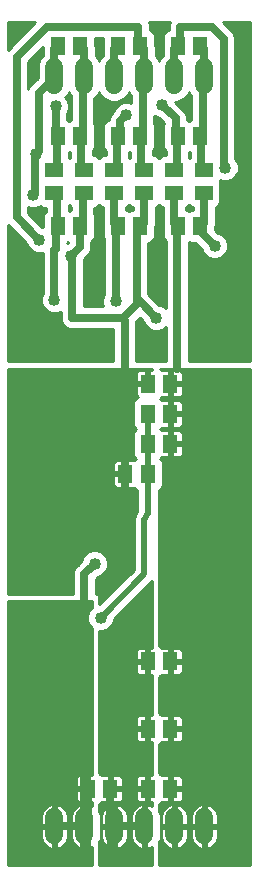
<source format=gbl>
G75*
G70*
%OFA0B0*%
%FSLAX24Y24*%
%IPPOS*%
%LPD*%
%AMOC8*
5,1,8,0,0,1.08239X$1,22.5*
%
%ADD10R,0.0512X0.0630*%
%ADD11R,0.0512X0.0591*%
%ADD12C,0.0600*%
%ADD13R,0.0591X0.0512*%
%ADD14C,0.0276*%
%ADD15C,0.0400*%
%ADD16C,0.0100*%
%ADD17R,0.0396X0.0396*%
%ADD18C,0.0197*%
D10*
X006503Y013651D03*
X007251Y013651D03*
X007253Y015651D03*
X008001Y015651D03*
D11*
X008001Y016651D03*
X007253Y016651D03*
X007253Y014651D03*
X008001Y014651D03*
X008001Y007401D03*
X007253Y007401D03*
X007253Y005151D03*
X008001Y005151D03*
X008001Y003151D03*
X007253Y003151D03*
X006001Y003151D03*
X005253Y003151D03*
X005001Y021901D03*
X004253Y021901D03*
X004253Y024901D03*
X005001Y024901D03*
X006253Y024901D03*
X007001Y024901D03*
X007001Y021901D03*
X006253Y021901D03*
X008253Y021901D03*
X009001Y021901D03*
X009001Y024901D03*
X008253Y024901D03*
X008253Y027901D03*
X009001Y027901D03*
X007001Y027901D03*
X006253Y027901D03*
X005001Y027901D03*
X004253Y027901D03*
D12*
X004127Y027201D02*
X004127Y026601D01*
X005127Y026601D02*
X005127Y027201D01*
X006127Y027201D02*
X006127Y026601D01*
X007127Y026601D02*
X007127Y027201D01*
X008127Y027201D02*
X008127Y026601D01*
X009127Y026601D02*
X009127Y027201D01*
X009127Y002201D02*
X009127Y001601D01*
X008127Y001601D02*
X008127Y002201D01*
X007127Y002201D02*
X007127Y001601D01*
X006127Y001601D02*
X006127Y002201D01*
X005127Y002201D02*
X005127Y001601D01*
X004127Y001601D02*
X004127Y002201D01*
D13*
X004127Y023027D03*
X004127Y023775D03*
X005127Y023775D03*
X005127Y023027D03*
X006127Y023027D03*
X006127Y023775D03*
X007127Y023775D03*
X007127Y023027D03*
X008127Y023027D03*
X008127Y023775D03*
X009127Y023775D03*
X009127Y023027D03*
D14*
X009127Y022001D01*
X009027Y021901D01*
X009001Y021901D01*
X009077Y021801D01*
X009077Y021651D01*
X009477Y021251D01*
X009127Y023775D02*
X009127Y023801D01*
X009027Y023901D01*
X009027Y024901D01*
X009001Y024901D01*
X009077Y025001D01*
X009077Y026801D01*
X009127Y026901D01*
X009127Y027801D01*
X009027Y027901D01*
X009001Y027901D01*
X009377Y028551D02*
X008327Y028551D01*
X008327Y028001D01*
X008253Y027901D01*
X008227Y027901D01*
X008127Y027801D01*
X008127Y026901D01*
X007727Y025951D02*
X008177Y025501D01*
X008177Y025001D01*
X008253Y024901D01*
X008227Y024901D01*
X008227Y023901D01*
X008127Y023801D01*
X008127Y023775D01*
X008127Y023027D02*
X008127Y022001D01*
X008227Y021901D01*
X008253Y021901D01*
X008227Y021801D01*
X008227Y017151D01*
X007527Y018851D02*
X006977Y019401D01*
X006877Y019401D01*
X006877Y021751D01*
X006927Y021801D01*
X007001Y021901D01*
X007027Y021901D01*
X007127Y022001D01*
X007127Y023027D01*
X007127Y023775D02*
X007127Y023801D01*
X007027Y023901D01*
X007027Y024901D01*
X007001Y024901D01*
X007077Y025001D01*
X007077Y026801D01*
X007127Y026901D01*
X007127Y027801D01*
X007027Y027901D01*
X007001Y027901D01*
X006927Y028001D01*
X006927Y028551D01*
X003877Y028551D01*
X002877Y027551D01*
X002877Y022201D01*
X003627Y021451D01*
X004127Y021101D02*
X004127Y019451D01*
X004727Y018851D02*
X004727Y020801D01*
X004677Y020901D01*
X004977Y021201D01*
X004977Y021901D01*
X005001Y021901D01*
X005077Y022001D01*
X005077Y022951D01*
X005127Y023001D01*
X005127Y023027D01*
X005127Y023775D02*
X005127Y023801D01*
X005027Y023901D01*
X005027Y024901D01*
X005001Y024901D01*
X005077Y025001D01*
X005077Y026801D01*
X005127Y026901D01*
X005127Y027801D01*
X005027Y027901D01*
X005001Y027901D01*
X004253Y027901D02*
X004227Y027901D01*
X004127Y027801D01*
X004127Y026901D01*
X004077Y026801D01*
X003627Y026351D01*
X003627Y024401D01*
X003527Y024301D01*
X003477Y024201D01*
X003477Y023001D01*
X003427Y022951D01*
X004127Y023001D02*
X004127Y023027D01*
X004127Y023001D02*
X004227Y022901D01*
X004227Y021901D01*
X004253Y021901D01*
X004177Y021801D01*
X004177Y021151D01*
X004127Y021101D01*
X004727Y018851D02*
X006427Y018851D01*
X006477Y018751D01*
X006477Y013151D01*
X005477Y010651D02*
X005127Y010301D01*
X005127Y001901D01*
X004127Y001901D01*
X005127Y001901D02*
X005127Y001001D01*
X005227Y000901D01*
X005253Y003151D01*
X006001Y003151D02*
X006027Y000901D01*
X006127Y001001D01*
X006127Y001901D01*
X007127Y001901D01*
X006427Y018851D02*
X006877Y019301D01*
X006877Y019401D01*
X006177Y019401D02*
X006177Y021801D01*
X006253Y021901D01*
X006227Y021901D01*
X006127Y022001D01*
X006127Y023027D01*
X006127Y023775D02*
X006127Y023801D01*
X006227Y023901D01*
X006227Y024901D01*
X006253Y024901D01*
X006327Y025001D01*
X006327Y025401D01*
X006527Y025601D01*
X006127Y026901D02*
X006127Y027801D01*
X006227Y027901D01*
X006253Y027901D01*
X004177Y025901D02*
X004177Y025001D01*
X004253Y024901D01*
X004227Y024901D01*
X004227Y023901D01*
X004127Y023801D01*
X004127Y023775D01*
X009377Y028551D02*
X009777Y028151D01*
X009777Y023901D01*
X009827Y023851D01*
D15*
X009827Y023851D03*
X009477Y021251D03*
X007727Y025951D03*
X006527Y025601D03*
X004677Y020901D03*
X004127Y019451D03*
X003627Y021451D03*
X003427Y022951D03*
X003527Y024301D03*
X004177Y025901D03*
X006177Y019401D03*
X007527Y018851D03*
X005477Y010651D03*
X005677Y008851D03*
D16*
X002577Y009401D02*
X002577Y000601D01*
X005377Y000601D01*
X005377Y001218D01*
X005216Y001151D01*
X005177Y001151D01*
X005177Y001851D01*
X005077Y001851D01*
X005077Y001151D01*
X005037Y001151D01*
X004872Y001220D01*
X004745Y001346D01*
X004677Y001512D01*
X004677Y001851D01*
X005076Y001851D01*
X005076Y001951D01*
X004677Y001951D01*
X004677Y002291D01*
X004745Y002456D01*
X004872Y002583D01*
X005037Y002651D01*
X005077Y002651D01*
X005077Y001951D01*
X005177Y001951D01*
X005177Y002651D01*
X005216Y002651D01*
X005377Y002585D01*
X005377Y002706D01*
X005302Y002706D01*
X005302Y003101D01*
X005203Y003101D01*
X005203Y002706D01*
X004935Y002706D01*
X004847Y002794D01*
X004847Y003101D01*
X005202Y003101D01*
X005202Y003201D01*
X004847Y003201D01*
X004847Y003509D01*
X004935Y003596D01*
X005203Y003596D01*
X005203Y003201D01*
X005302Y003201D01*
X005302Y003596D01*
X005377Y003596D01*
X005377Y008519D01*
X005298Y008598D01*
X005230Y008762D01*
X005230Y008940D01*
X005298Y009104D01*
X005377Y009183D01*
X005377Y009401D01*
X002577Y009401D01*
X002577Y009316D02*
X005377Y009316D01*
X005377Y009217D02*
X002577Y009217D01*
X002577Y009119D02*
X005312Y009119D01*
X005263Y009020D02*
X002577Y009020D01*
X002577Y008922D02*
X005230Y008922D01*
X005230Y008823D02*
X002577Y008823D01*
X002577Y008724D02*
X005245Y008724D01*
X005286Y008626D02*
X002577Y008626D01*
X002577Y008527D02*
X005368Y008527D01*
X005377Y008429D02*
X002577Y008429D01*
X002577Y008330D02*
X005377Y008330D01*
X005377Y008232D02*
X002577Y008232D01*
X002577Y008133D02*
X005377Y008133D01*
X005377Y008035D02*
X002577Y008035D01*
X002577Y007936D02*
X005377Y007936D01*
X005377Y007838D02*
X002577Y007838D01*
X002577Y007739D02*
X005377Y007739D01*
X005377Y007640D02*
X002577Y007640D01*
X002577Y007542D02*
X005377Y007542D01*
X005377Y007443D02*
X002577Y007443D01*
X002577Y007345D02*
X005377Y007345D01*
X005377Y007246D02*
X002577Y007246D01*
X002577Y007148D02*
X005377Y007148D01*
X005377Y007049D02*
X002577Y007049D01*
X002577Y006951D02*
X005377Y006951D01*
X005377Y006852D02*
X002577Y006852D01*
X002577Y006754D02*
X005377Y006754D01*
X005377Y006655D02*
X002577Y006655D01*
X002577Y006556D02*
X005377Y006556D01*
X005377Y006458D02*
X002577Y006458D01*
X002577Y006359D02*
X005377Y006359D01*
X005377Y006261D02*
X002577Y006261D01*
X002577Y006162D02*
X005377Y006162D01*
X005377Y006064D02*
X002577Y006064D01*
X002577Y005965D02*
X005377Y005965D01*
X005377Y005867D02*
X002577Y005867D01*
X002577Y005768D02*
X005377Y005768D01*
X005377Y005670D02*
X002577Y005670D01*
X002577Y005571D02*
X005377Y005571D01*
X005377Y005473D02*
X002577Y005473D01*
X002577Y005374D02*
X005377Y005374D01*
X005377Y005275D02*
X002577Y005275D01*
X002577Y005177D02*
X005377Y005177D01*
X005377Y005078D02*
X002577Y005078D01*
X002577Y004980D02*
X005377Y004980D01*
X005377Y004881D02*
X002577Y004881D01*
X002577Y004783D02*
X005377Y004783D01*
X005377Y004684D02*
X002577Y004684D01*
X002577Y004586D02*
X005377Y004586D01*
X005377Y004487D02*
X002577Y004487D01*
X002577Y004389D02*
X005377Y004389D01*
X005377Y004290D02*
X002577Y004290D01*
X002577Y004191D02*
X005377Y004191D01*
X005377Y004093D02*
X002577Y004093D01*
X002577Y003994D02*
X005377Y003994D01*
X005377Y003896D02*
X002577Y003896D01*
X002577Y003797D02*
X005377Y003797D01*
X005377Y003699D02*
X002577Y003699D01*
X002577Y003600D02*
X005377Y003600D01*
X005302Y003502D02*
X005203Y003502D01*
X005203Y003403D02*
X005302Y003403D01*
X005302Y003305D02*
X005203Y003305D01*
X005203Y003206D02*
X005302Y003206D01*
X005202Y003107D02*
X002577Y003107D01*
X002577Y003009D02*
X004847Y003009D01*
X004847Y002910D02*
X002577Y002910D01*
X002577Y002812D02*
X004847Y002812D01*
X004927Y002713D02*
X002577Y002713D01*
X002577Y002615D02*
X003949Y002615D01*
X003872Y002583D02*
X004037Y002651D01*
X004077Y002651D01*
X004077Y001951D01*
X004177Y001951D01*
X004577Y001951D01*
X004577Y002291D01*
X004508Y002456D01*
X004381Y002583D01*
X004216Y002651D01*
X004177Y002651D01*
X004177Y001951D01*
X004177Y001851D01*
X004577Y001851D01*
X004577Y001512D01*
X004508Y001346D01*
X004381Y001220D01*
X004216Y001151D01*
X004177Y001151D01*
X004177Y001851D01*
X004077Y001851D01*
X004077Y001151D01*
X004037Y001151D01*
X003872Y001220D01*
X003745Y001346D01*
X003677Y001512D01*
X003677Y001851D01*
X004076Y001851D01*
X004076Y001951D01*
X003677Y001951D01*
X003677Y002291D01*
X003745Y002456D01*
X003872Y002583D01*
X003805Y002516D02*
X002577Y002516D01*
X002577Y002418D02*
X003729Y002418D01*
X003688Y002319D02*
X002577Y002319D01*
X002577Y002221D02*
X003677Y002221D01*
X003677Y002122D02*
X002577Y002122D01*
X002577Y002024D02*
X003677Y002024D01*
X003677Y001826D02*
X002577Y001826D01*
X002577Y001728D02*
X003677Y001728D01*
X003677Y001629D02*
X002577Y001629D01*
X002577Y001531D02*
X003677Y001531D01*
X003709Y001432D02*
X002577Y001432D01*
X002577Y001334D02*
X003758Y001334D01*
X003856Y001235D02*
X002577Y001235D01*
X002577Y001137D02*
X005377Y001137D01*
X005377Y001038D02*
X002577Y001038D01*
X002577Y000940D02*
X005377Y000940D01*
X005377Y000841D02*
X002577Y000841D01*
X002577Y000742D02*
X005377Y000742D01*
X005377Y000644D02*
X002577Y000644D01*
X002577Y001925D02*
X004076Y001925D01*
X004077Y002024D02*
X004177Y002024D01*
X004177Y002122D02*
X004077Y002122D01*
X004077Y002221D02*
X004177Y002221D01*
X004177Y002319D02*
X004077Y002319D01*
X004077Y002418D02*
X004177Y002418D01*
X004177Y002516D02*
X004077Y002516D01*
X004077Y002615D02*
X004177Y002615D01*
X004304Y002615D02*
X004949Y002615D01*
X004805Y002516D02*
X004448Y002516D01*
X004524Y002418D02*
X004729Y002418D01*
X004688Y002319D02*
X004565Y002319D01*
X004577Y002221D02*
X004677Y002221D01*
X004677Y002122D02*
X004577Y002122D01*
X004577Y002024D02*
X004677Y002024D01*
X004677Y001826D02*
X004577Y001826D01*
X004577Y001728D02*
X004677Y001728D01*
X004677Y001629D02*
X004577Y001629D01*
X004577Y001531D02*
X004677Y001531D01*
X004709Y001432D02*
X004544Y001432D01*
X004496Y001334D02*
X004758Y001334D01*
X004856Y001235D02*
X004397Y001235D01*
X004177Y001235D02*
X004077Y001235D01*
X004077Y001334D02*
X004177Y001334D01*
X004177Y001432D02*
X004077Y001432D01*
X004077Y001531D02*
X004177Y001531D01*
X004177Y001629D02*
X004077Y001629D01*
X004077Y001728D02*
X004177Y001728D01*
X004177Y001826D02*
X004077Y001826D01*
X004177Y001925D02*
X005076Y001925D01*
X005077Y002024D02*
X005177Y002024D01*
X005177Y002122D02*
X005077Y002122D01*
X005077Y002221D02*
X005177Y002221D01*
X005177Y002319D02*
X005077Y002319D01*
X005077Y002418D02*
X005177Y002418D01*
X005177Y002516D02*
X005077Y002516D01*
X005077Y002615D02*
X005177Y002615D01*
X005203Y002713D02*
X005302Y002713D01*
X005304Y002615D02*
X005377Y002615D01*
X005302Y002812D02*
X005203Y002812D01*
X005203Y002910D02*
X005302Y002910D01*
X005302Y003009D02*
X005203Y003009D01*
X005631Y002640D02*
X005629Y002418D01*
X005673Y002310D01*
X005673Y001492D01*
X005627Y001379D01*
X005627Y000601D01*
X007377Y000601D01*
X007377Y001218D01*
X007216Y001151D01*
X007177Y001151D01*
X007177Y001851D01*
X007077Y001851D01*
X007077Y001151D01*
X007037Y001151D01*
X006872Y001220D01*
X006745Y001346D01*
X006677Y001512D01*
X006677Y001851D01*
X007076Y001851D01*
X007076Y001951D01*
X006677Y001951D01*
X006677Y002291D01*
X006745Y002456D01*
X006872Y002583D01*
X007037Y002651D01*
X007077Y002651D01*
X007077Y001951D01*
X007177Y001951D01*
X007177Y002651D01*
X007216Y002651D01*
X007377Y002585D01*
X007377Y002706D01*
X007302Y002706D01*
X007302Y003101D01*
X007203Y003101D01*
X007203Y002706D01*
X006935Y002706D01*
X006847Y002794D01*
X006847Y003101D01*
X007202Y003101D01*
X007202Y003201D01*
X006847Y003201D01*
X006847Y003509D01*
X006935Y003596D01*
X007203Y003596D01*
X007203Y003201D01*
X007302Y003201D01*
X007302Y003596D01*
X007377Y003596D01*
X007377Y004706D01*
X007302Y004706D01*
X007302Y005101D01*
X007203Y005101D01*
X007203Y004706D01*
X006935Y004706D01*
X006847Y004794D01*
X006847Y005101D01*
X007202Y005101D01*
X007202Y005201D01*
X006847Y005201D01*
X006847Y005509D01*
X006935Y005596D01*
X007203Y005596D01*
X007203Y005201D01*
X007302Y005201D01*
X007302Y005596D01*
X007377Y005596D01*
X007377Y006956D01*
X007302Y006956D01*
X007302Y007351D01*
X007203Y007351D01*
X007203Y006956D01*
X006935Y006956D01*
X006847Y007044D01*
X006847Y007351D01*
X007202Y007351D01*
X007202Y007451D01*
X006847Y007451D01*
X006847Y007759D01*
X006935Y007846D01*
X007203Y007846D01*
X007203Y007451D01*
X007302Y007451D01*
X007302Y007846D01*
X007377Y007846D01*
X007377Y010063D01*
X007322Y010008D01*
X006123Y008810D01*
X006123Y008762D01*
X006055Y008598D01*
X005930Y008472D01*
X005765Y008404D01*
X005627Y008404D01*
X005627Y003665D01*
X005648Y003656D01*
X005708Y003596D01*
X005951Y003596D01*
X005951Y003201D01*
X006051Y003201D01*
X006406Y003201D01*
X006406Y003509D01*
X006319Y003596D01*
X006051Y003596D01*
X006051Y003201D01*
X006051Y003101D01*
X006406Y003101D01*
X006406Y002794D01*
X006319Y002706D01*
X006051Y002706D01*
X006051Y003101D01*
X005951Y003101D01*
X005951Y002706D01*
X005708Y002706D01*
X005648Y002647D01*
X005631Y002640D01*
X005631Y002615D02*
X005949Y002615D01*
X005872Y002583D02*
X005745Y002456D01*
X005677Y002291D01*
X005677Y001951D01*
X006076Y001951D01*
X006076Y001851D01*
X005677Y001851D01*
X005677Y001512D01*
X005745Y001346D01*
X005872Y001220D01*
X006037Y001151D01*
X006077Y001151D01*
X006077Y001851D01*
X006177Y001851D01*
X006177Y001951D01*
X006577Y001951D01*
X006577Y002291D01*
X006508Y002456D01*
X006381Y002583D01*
X006216Y002651D01*
X006177Y002651D01*
X006177Y001951D01*
X006077Y001951D01*
X006077Y002651D01*
X006037Y002651D01*
X005872Y002583D01*
X005805Y002516D02*
X005630Y002516D01*
X005629Y002418D02*
X005729Y002418D01*
X005688Y002319D02*
X005670Y002319D01*
X005673Y002221D02*
X005677Y002221D01*
X005673Y002122D02*
X005677Y002122D01*
X005673Y002024D02*
X005677Y002024D01*
X005673Y001925D02*
X006076Y001925D01*
X006077Y002024D02*
X006177Y002024D01*
X006177Y002122D02*
X006077Y002122D01*
X006077Y002221D02*
X006177Y002221D01*
X006177Y002319D02*
X006077Y002319D01*
X006077Y002418D02*
X006177Y002418D01*
X006177Y002516D02*
X006077Y002516D01*
X006077Y002615D02*
X006177Y002615D01*
X006304Y002615D02*
X006949Y002615D01*
X006927Y002713D02*
X006326Y002713D01*
X006406Y002812D02*
X006847Y002812D01*
X006847Y002910D02*
X006406Y002910D01*
X006406Y003009D02*
X006847Y003009D01*
X006847Y003206D02*
X006406Y003206D01*
X006406Y003305D02*
X006847Y003305D01*
X006847Y003403D02*
X006406Y003403D01*
X006406Y003502D02*
X006847Y003502D01*
X007203Y003502D02*
X007302Y003502D01*
X007302Y003403D02*
X007203Y003403D01*
X007203Y003305D02*
X007302Y003305D01*
X007302Y003206D02*
X007203Y003206D01*
X007202Y003107D02*
X006051Y003107D01*
X006051Y003009D02*
X005951Y003009D01*
X005951Y002910D02*
X006051Y002910D01*
X006051Y002812D02*
X005951Y002812D01*
X005951Y002713D02*
X006051Y002713D01*
X006051Y003206D02*
X005951Y003206D01*
X005951Y003305D02*
X006051Y003305D01*
X006051Y003403D02*
X005951Y003403D01*
X005951Y003502D02*
X006051Y003502D01*
X005704Y003600D02*
X007377Y003600D01*
X007377Y003699D02*
X005627Y003699D01*
X005627Y003797D02*
X007377Y003797D01*
X007377Y003896D02*
X005627Y003896D01*
X005627Y003994D02*
X007377Y003994D01*
X007377Y004093D02*
X005627Y004093D01*
X005627Y004191D02*
X007377Y004191D01*
X007377Y004290D02*
X005627Y004290D01*
X005627Y004389D02*
X007377Y004389D01*
X007377Y004487D02*
X005627Y004487D01*
X005627Y004586D02*
X007377Y004586D01*
X007377Y004684D02*
X005627Y004684D01*
X005627Y004783D02*
X006858Y004783D01*
X006847Y004881D02*
X005627Y004881D01*
X005627Y004980D02*
X006847Y004980D01*
X006847Y005078D02*
X005627Y005078D01*
X005627Y005177D02*
X007202Y005177D01*
X007203Y005275D02*
X007302Y005275D01*
X007302Y005374D02*
X007203Y005374D01*
X007203Y005473D02*
X007302Y005473D01*
X007302Y005571D02*
X007203Y005571D01*
X007377Y005670D02*
X005627Y005670D01*
X005627Y005768D02*
X007377Y005768D01*
X007377Y005867D02*
X005627Y005867D01*
X005627Y005965D02*
X007377Y005965D01*
X007377Y006064D02*
X005627Y006064D01*
X005627Y006162D02*
X007377Y006162D01*
X007377Y006261D02*
X005627Y006261D01*
X005627Y006359D02*
X007377Y006359D01*
X007377Y006458D02*
X005627Y006458D01*
X005627Y006556D02*
X007377Y006556D01*
X007377Y006655D02*
X005627Y006655D01*
X005627Y006754D02*
X007377Y006754D01*
X007377Y006852D02*
X005627Y006852D01*
X005627Y006951D02*
X007377Y006951D01*
X007302Y007049D02*
X007203Y007049D01*
X007203Y007148D02*
X007302Y007148D01*
X007302Y007246D02*
X007203Y007246D01*
X007203Y007345D02*
X007302Y007345D01*
X007202Y007443D02*
X005627Y007443D01*
X005627Y007345D02*
X006847Y007345D01*
X006847Y007246D02*
X005627Y007246D01*
X005627Y007148D02*
X006847Y007148D01*
X006847Y007049D02*
X005627Y007049D01*
X005627Y007542D02*
X006847Y007542D01*
X006847Y007640D02*
X005627Y007640D01*
X005627Y007739D02*
X006847Y007739D01*
X006926Y007838D02*
X005627Y007838D01*
X005627Y007936D02*
X007377Y007936D01*
X007377Y008035D02*
X005627Y008035D01*
X005627Y008133D02*
X007377Y008133D01*
X007377Y008232D02*
X005627Y008232D01*
X005627Y008330D02*
X007377Y008330D01*
X007377Y008429D02*
X005825Y008429D01*
X005985Y008527D02*
X007377Y008527D01*
X007377Y008626D02*
X006067Y008626D01*
X006108Y008724D02*
X007377Y008724D01*
X007377Y008823D02*
X006137Y008823D01*
X006235Y008922D02*
X007377Y008922D01*
X007377Y009020D02*
X006334Y009020D01*
X006432Y009119D02*
X007377Y009119D01*
X007377Y009217D02*
X006531Y009217D01*
X006629Y009316D02*
X007377Y009316D01*
X007377Y009414D02*
X006728Y009414D01*
X006826Y009513D02*
X007377Y009513D01*
X007377Y009611D02*
X006925Y009611D01*
X007024Y009710D02*
X007377Y009710D01*
X007377Y009808D02*
X007122Y009808D01*
X007221Y009907D02*
X007377Y009907D01*
X007377Y010006D02*
X007319Y010006D01*
X007627Y010006D02*
X010669Y010006D01*
X010669Y010104D02*
X007627Y010104D01*
X007627Y010203D02*
X010669Y010203D01*
X010669Y010301D02*
X007627Y010301D01*
X007627Y010400D02*
X010669Y010400D01*
X010669Y010498D02*
X007627Y010498D01*
X007627Y010597D02*
X010669Y010597D01*
X010669Y010695D02*
X007627Y010695D01*
X007627Y010794D02*
X010669Y010794D01*
X010669Y010892D02*
X007627Y010892D01*
X007627Y010991D02*
X010669Y010991D01*
X010669Y011089D02*
X007627Y011089D01*
X007627Y011188D02*
X010669Y011188D01*
X010669Y011287D02*
X007627Y011287D01*
X007627Y011385D02*
X010669Y011385D01*
X010669Y011484D02*
X007627Y011484D01*
X007627Y011582D02*
X010669Y011582D01*
X010669Y011681D02*
X007627Y011681D01*
X007627Y011779D02*
X010669Y011779D01*
X010669Y011878D02*
X007627Y011878D01*
X007627Y011976D02*
X010669Y011976D01*
X010669Y012075D02*
X007627Y012075D01*
X007627Y012173D02*
X010669Y012173D01*
X010669Y012272D02*
X007627Y012272D01*
X007627Y012371D02*
X010669Y012371D01*
X010669Y012469D02*
X007627Y012469D01*
X007627Y012568D02*
X010669Y012568D01*
X010669Y012666D02*
X007627Y012666D01*
X007627Y012765D02*
X010669Y012765D01*
X010669Y012863D02*
X007627Y012863D01*
X007627Y012962D02*
X010669Y012962D01*
X010669Y013060D02*
X007627Y013060D01*
X007627Y013119D02*
X007646Y013127D01*
X007716Y013196D01*
X007753Y013287D01*
X007753Y014015D01*
X007716Y014106D01*
X007662Y014160D01*
X007708Y014206D01*
X007951Y014206D01*
X007951Y014601D01*
X008051Y014601D01*
X008051Y014701D01*
X008406Y014701D01*
X008406Y015009D01*
X008319Y015096D01*
X008051Y015096D01*
X008051Y014701D01*
X007951Y014701D01*
X007951Y015096D01*
X007708Y015096D01*
X007663Y015141D01*
X007708Y015186D01*
X007951Y015186D01*
X007951Y015601D01*
X008051Y015601D01*
X008051Y015701D01*
X008406Y015701D01*
X008406Y016028D01*
X008319Y016116D01*
X008051Y016116D01*
X008051Y015701D01*
X007951Y015701D01*
X007951Y016116D01*
X007708Y016116D01*
X007663Y016161D01*
X007708Y016206D01*
X007951Y016206D01*
X007951Y016601D01*
X008051Y016601D01*
X008051Y016701D01*
X008406Y016701D01*
X008406Y017009D01*
X008319Y017096D01*
X008051Y017096D01*
X008051Y016701D01*
X007951Y016701D01*
X007951Y017096D01*
X007708Y017096D01*
X007653Y017151D01*
X010669Y017151D01*
X010669Y000601D01*
X007627Y000601D01*
X007627Y001379D01*
X007673Y001492D01*
X007673Y002310D01*
X007627Y002423D01*
X007627Y002638D01*
X007648Y002647D01*
X007708Y002706D01*
X007951Y002706D01*
X007951Y003101D01*
X008051Y003101D01*
X008051Y003201D01*
X008406Y003201D01*
X008406Y003509D01*
X008319Y003596D01*
X008051Y003596D01*
X008051Y003201D01*
X007951Y003201D01*
X007951Y003596D01*
X007708Y003596D01*
X007648Y003656D01*
X007627Y003665D01*
X007627Y004638D01*
X007648Y004647D01*
X007708Y004706D01*
X007951Y004706D01*
X007951Y005101D01*
X008051Y005101D01*
X008051Y005201D01*
X008406Y005201D01*
X008406Y005509D01*
X008319Y005596D01*
X008051Y005596D01*
X008051Y005201D01*
X007951Y005201D01*
X007951Y005596D01*
X007708Y005596D01*
X007648Y005656D01*
X007627Y005665D01*
X007627Y006888D01*
X007648Y006897D01*
X007708Y006956D01*
X007951Y006956D01*
X007951Y007351D01*
X008051Y007351D01*
X008051Y007451D01*
X008406Y007451D01*
X008406Y007759D01*
X008319Y007846D01*
X008051Y007846D01*
X008051Y007451D01*
X007951Y007451D01*
X007951Y007846D01*
X007708Y007846D01*
X007648Y007906D01*
X007627Y007915D01*
X007627Y013119D01*
X007678Y013159D02*
X010669Y013159D01*
X010669Y013257D02*
X007741Y013257D01*
X007753Y013356D02*
X010669Y013356D01*
X010669Y013455D02*
X007753Y013455D01*
X007753Y013553D02*
X010669Y013553D01*
X010669Y013652D02*
X007753Y013652D01*
X007753Y013750D02*
X010669Y013750D01*
X010669Y013849D02*
X007753Y013849D01*
X007753Y013947D02*
X010669Y013947D01*
X010669Y014046D02*
X007741Y014046D01*
X007677Y014144D02*
X010669Y014144D01*
X010669Y014243D02*
X008356Y014243D01*
X008319Y014206D02*
X008406Y014294D01*
X008406Y014601D01*
X008051Y014601D01*
X008051Y014206D01*
X008319Y014206D01*
X008406Y014341D02*
X010669Y014341D01*
X010669Y014440D02*
X008406Y014440D01*
X008406Y014539D02*
X010669Y014539D01*
X010669Y014637D02*
X008051Y014637D01*
X008051Y014539D02*
X007951Y014539D01*
X007951Y014440D02*
X008051Y014440D01*
X008051Y014341D02*
X007951Y014341D01*
X007951Y014243D02*
X008051Y014243D01*
X008051Y014736D02*
X007951Y014736D01*
X007951Y014834D02*
X008051Y014834D01*
X008051Y014933D02*
X007951Y014933D01*
X007951Y015031D02*
X008051Y015031D01*
X008051Y015186D02*
X008319Y015186D01*
X008406Y015274D01*
X008406Y015601D01*
X008051Y015601D01*
X008051Y015186D01*
X008051Y015228D02*
X007951Y015228D01*
X007951Y015327D02*
X008051Y015327D01*
X008051Y015425D02*
X007951Y015425D01*
X007951Y015524D02*
X008051Y015524D01*
X008051Y015622D02*
X010669Y015622D01*
X010669Y015524D02*
X008406Y015524D01*
X008406Y015425D02*
X010669Y015425D01*
X010669Y015327D02*
X008406Y015327D01*
X008361Y015228D02*
X010669Y015228D01*
X010669Y015130D02*
X007674Y015130D01*
X007951Y015721D02*
X008051Y015721D01*
X008051Y015820D02*
X007951Y015820D01*
X007951Y015918D02*
X008051Y015918D01*
X008051Y016017D02*
X007951Y016017D01*
X007951Y016115D02*
X008051Y016115D01*
X008051Y016206D02*
X008319Y016206D01*
X008406Y016294D01*
X008406Y016601D01*
X008051Y016601D01*
X008051Y016206D01*
X008051Y016214D02*
X007951Y016214D01*
X007951Y016312D02*
X008051Y016312D01*
X008051Y016411D02*
X007951Y016411D01*
X007951Y016509D02*
X008051Y016509D01*
X008051Y016608D02*
X010669Y016608D01*
X010669Y016706D02*
X008406Y016706D01*
X008406Y016805D02*
X010669Y016805D01*
X010669Y016904D02*
X008406Y016904D01*
X008406Y017002D02*
X010669Y017002D01*
X010669Y017101D02*
X007703Y017101D01*
X007842Y017401D02*
X006861Y017401D01*
X006861Y018689D01*
X006866Y018702D01*
X006863Y018743D01*
X006977Y018857D01*
X007086Y018748D01*
X007148Y018598D01*
X007273Y018472D01*
X007438Y018404D01*
X007615Y018404D01*
X007780Y018472D01*
X007842Y018535D01*
X007842Y017401D01*
X007842Y017495D02*
X006861Y017495D01*
X006861Y017593D02*
X007842Y017593D01*
X007842Y017692D02*
X006861Y017692D01*
X006861Y017790D02*
X007842Y017790D01*
X007842Y017889D02*
X006861Y017889D01*
X006861Y017988D02*
X007842Y017988D01*
X007842Y018086D02*
X006861Y018086D01*
X006861Y018185D02*
X007842Y018185D01*
X007842Y018283D02*
X006861Y018283D01*
X006861Y018382D02*
X007842Y018382D01*
X007842Y018480D02*
X007788Y018480D01*
X007842Y019168D02*
X007780Y019230D01*
X007630Y019292D01*
X007303Y019619D01*
X007261Y019661D01*
X007261Y021359D01*
X007306Y021359D01*
X007396Y021397D01*
X007466Y021466D01*
X007503Y021557D01*
X007503Y021906D01*
X007511Y021925D01*
X007511Y022541D01*
X007562Y022562D01*
X007627Y022627D01*
X007691Y022562D01*
X007742Y022541D01*
X007742Y021925D01*
X007750Y021906D01*
X007750Y021557D01*
X007787Y021466D01*
X007842Y021412D01*
X007842Y019168D01*
X007840Y019170D02*
X007842Y019170D01*
X007842Y019269D02*
X007686Y019269D01*
X007555Y019367D02*
X007842Y019367D01*
X007842Y019466D02*
X007456Y019466D01*
X007358Y019564D02*
X007842Y019564D01*
X007842Y019663D02*
X007261Y019663D01*
X007261Y019761D02*
X007842Y019761D01*
X007842Y019860D02*
X007261Y019860D01*
X007261Y019958D02*
X007842Y019958D01*
X007842Y020057D02*
X007261Y020057D01*
X007261Y020155D02*
X007842Y020155D01*
X007842Y020254D02*
X007261Y020254D01*
X007261Y020353D02*
X007842Y020353D01*
X007842Y020451D02*
X007261Y020451D01*
X007261Y020550D02*
X007842Y020550D01*
X007842Y020648D02*
X007261Y020648D01*
X007261Y020747D02*
X007842Y020747D01*
X007842Y020845D02*
X007261Y020845D01*
X007261Y020944D02*
X007842Y020944D01*
X007842Y021042D02*
X007261Y021042D01*
X007261Y021141D02*
X007842Y021141D01*
X007842Y021239D02*
X007261Y021239D01*
X007261Y021338D02*
X007842Y021338D01*
X007817Y021437D02*
X007436Y021437D01*
X007494Y021535D02*
X007759Y021535D01*
X007750Y021634D02*
X007503Y021634D01*
X007503Y021732D02*
X007750Y021732D01*
X007750Y021831D02*
X007503Y021831D01*
X007511Y021929D02*
X007742Y021929D01*
X007742Y022028D02*
X007511Y022028D01*
X007511Y022126D02*
X007742Y022126D01*
X007742Y022225D02*
X007511Y022225D01*
X007511Y022323D02*
X007742Y022323D01*
X007742Y022422D02*
X007511Y022422D01*
X007511Y022521D02*
X007742Y022521D01*
X007634Y022619D02*
X007619Y022619D01*
X007627Y024175D02*
X007562Y024240D01*
X007471Y024278D01*
X007411Y024278D01*
X007411Y024411D01*
X007466Y024466D01*
X007503Y024557D01*
X007503Y025246D01*
X007466Y025336D01*
X007461Y025341D01*
X007461Y025585D01*
X007473Y025572D01*
X007624Y025510D01*
X007792Y025342D01*
X007792Y025341D01*
X007787Y025336D01*
X007750Y025246D01*
X007750Y024557D01*
X007787Y024466D01*
X007842Y024412D01*
X007842Y024278D01*
X007782Y024278D01*
X007691Y024240D01*
X007627Y024175D01*
X007606Y024196D02*
X007647Y024196D01*
X007777Y024491D02*
X007476Y024491D01*
X007503Y024590D02*
X007750Y024590D01*
X007750Y024688D02*
X007503Y024688D01*
X007503Y024787D02*
X007750Y024787D01*
X007750Y024886D02*
X007503Y024886D01*
X007503Y024984D02*
X007750Y024984D01*
X007750Y025083D02*
X007503Y025083D01*
X007503Y025181D02*
X007750Y025181D01*
X007764Y025280D02*
X007489Y025280D01*
X007461Y025378D02*
X007756Y025378D01*
X007657Y025477D02*
X007461Y025477D01*
X007461Y025575D02*
X007470Y025575D01*
X007411Y024393D02*
X007842Y024393D01*
X007842Y024294D02*
X007411Y024294D01*
X006627Y022627D02*
X006691Y022562D01*
X006742Y022541D01*
X006742Y022443D01*
X006696Y022443D01*
X006627Y022415D01*
X006558Y022443D01*
X006511Y022443D01*
X006511Y022541D01*
X006562Y022562D01*
X006627Y022627D01*
X006634Y022619D02*
X006619Y022619D01*
X006511Y022521D02*
X006742Y022521D01*
X006644Y022422D02*
X006609Y022422D01*
X006627Y024175D02*
X006642Y024191D01*
X006642Y024381D01*
X006627Y024388D01*
X006611Y024381D01*
X006611Y024191D01*
X006627Y024175D01*
X006642Y024196D02*
X006611Y024196D01*
X006611Y024294D02*
X006642Y024294D01*
X005942Y025478D02*
X006001Y025619D01*
X006086Y025704D01*
X006148Y025854D01*
X006273Y025980D01*
X006438Y026048D01*
X006615Y026048D01*
X006692Y026016D01*
X006692Y026262D01*
X006663Y026291D01*
X006627Y026379D01*
X006590Y026291D01*
X006436Y026138D01*
X006235Y026054D01*
X006018Y026054D01*
X005817Y026138D01*
X005663Y026291D01*
X005627Y026379D01*
X005590Y026291D01*
X005461Y026162D01*
X005461Y025341D01*
X005466Y025336D01*
X005503Y025246D01*
X005503Y024557D01*
X005466Y024466D01*
X005411Y024411D01*
X005411Y024278D01*
X005471Y024278D01*
X005562Y024240D01*
X005627Y024175D01*
X005691Y024240D01*
X005782Y024278D01*
X005842Y024278D01*
X005842Y024411D01*
X005787Y024466D01*
X005750Y024557D01*
X005750Y025246D01*
X005787Y025336D01*
X005857Y025406D01*
X005942Y025441D01*
X005942Y025478D01*
X005942Y025477D02*
X005461Y025477D01*
X005461Y025575D02*
X005982Y025575D01*
X006055Y025674D02*
X005461Y025674D01*
X005461Y025772D02*
X006114Y025772D01*
X006164Y025871D02*
X005461Y025871D01*
X005461Y025970D02*
X006263Y025970D01*
X006269Y026068D02*
X006692Y026068D01*
X006692Y026167D02*
X006465Y026167D01*
X006564Y026265D02*
X006689Y026265D01*
X006633Y026364D02*
X006620Y026364D01*
X005985Y026068D02*
X005461Y026068D01*
X005465Y026167D02*
X005788Y026167D01*
X005689Y026265D02*
X005564Y026265D01*
X005620Y026364D02*
X005633Y026364D01*
X005461Y025378D02*
X005829Y025378D01*
X005764Y025280D02*
X005489Y025280D01*
X005503Y025181D02*
X005750Y025181D01*
X005750Y025083D02*
X005503Y025083D01*
X005503Y024984D02*
X005750Y024984D01*
X005750Y024886D02*
X005503Y024886D01*
X005503Y024787D02*
X005750Y024787D01*
X005750Y024688D02*
X005503Y024688D01*
X005503Y024590D02*
X005750Y024590D01*
X005777Y024491D02*
X005476Y024491D01*
X005411Y024393D02*
X005842Y024393D01*
X005842Y024294D02*
X005411Y024294D01*
X005606Y024196D02*
X005647Y024196D01*
X005627Y022627D02*
X005691Y022562D01*
X005742Y022541D01*
X005742Y021925D01*
X005750Y021906D01*
X005750Y021557D01*
X005787Y021466D01*
X005792Y021461D01*
X005792Y019640D01*
X005730Y019490D01*
X005730Y019312D01*
X005761Y019236D01*
X005111Y019236D01*
X005111Y020739D01*
X005116Y020752D01*
X005113Y020788D01*
X005118Y020798D01*
X005194Y020875D01*
X005303Y020983D01*
X005361Y021125D01*
X005361Y021382D01*
X005396Y021397D01*
X005466Y021466D01*
X005503Y021557D01*
X005503Y022246D01*
X005466Y022336D01*
X005461Y022341D01*
X005461Y022524D01*
X005471Y022524D01*
X005562Y022562D01*
X005627Y022627D01*
X005634Y022619D02*
X005619Y022619D01*
X005742Y022521D02*
X005461Y022521D01*
X005461Y022422D02*
X005742Y022422D01*
X005742Y022323D02*
X005471Y022323D01*
X005503Y022225D02*
X005742Y022225D01*
X005742Y022126D02*
X005503Y022126D01*
X005503Y022028D02*
X005742Y022028D01*
X005742Y021929D02*
X005503Y021929D01*
X005503Y021831D02*
X005750Y021831D01*
X005750Y021732D02*
X005503Y021732D01*
X005503Y021634D02*
X005750Y021634D01*
X005759Y021535D02*
X005494Y021535D01*
X005436Y021437D02*
X005792Y021437D01*
X005792Y021338D02*
X005361Y021338D01*
X005361Y021239D02*
X005792Y021239D01*
X005792Y021141D02*
X005361Y021141D01*
X005327Y021042D02*
X005792Y021042D01*
X005792Y020944D02*
X005263Y020944D01*
X005165Y020845D02*
X005792Y020845D01*
X005792Y020747D02*
X005114Y020747D01*
X005111Y020648D02*
X005792Y020648D01*
X005792Y020550D02*
X005111Y020550D01*
X005111Y020451D02*
X005792Y020451D01*
X005792Y020353D02*
X005111Y020353D01*
X005111Y020254D02*
X005792Y020254D01*
X005792Y020155D02*
X005111Y020155D01*
X005111Y020057D02*
X005792Y020057D01*
X005792Y019958D02*
X005111Y019958D01*
X005111Y019860D02*
X005792Y019860D01*
X005792Y019761D02*
X005111Y019761D01*
X005111Y019663D02*
X005792Y019663D01*
X005761Y019564D02*
X005111Y019564D01*
X005111Y019466D02*
X005730Y019466D01*
X005730Y019367D02*
X005111Y019367D01*
X005111Y019269D02*
X005748Y019269D01*
X006092Y018467D02*
X006092Y017401D01*
X002577Y017401D01*
X002577Y021957D01*
X002659Y021875D01*
X003186Y021348D01*
X003248Y021198D01*
X003373Y021072D01*
X003538Y021004D01*
X003715Y021004D01*
X003742Y021015D01*
X003742Y019690D01*
X003680Y019540D01*
X003680Y019362D01*
X003748Y019198D01*
X003873Y019072D01*
X004038Y019004D01*
X004215Y019004D01*
X004342Y019057D01*
X004342Y018775D01*
X004401Y018633D01*
X004509Y018525D01*
X004650Y018467D01*
X004803Y018467D01*
X006092Y018467D01*
X006092Y018382D02*
X002577Y018382D01*
X002577Y018480D02*
X004617Y018480D01*
X004455Y018579D02*
X002577Y018579D01*
X002577Y018677D02*
X004382Y018677D01*
X004342Y018776D02*
X002577Y018776D01*
X002577Y018874D02*
X004342Y018874D01*
X004342Y018973D02*
X002577Y018973D01*
X002577Y019071D02*
X003876Y019071D01*
X003776Y019170D02*
X002577Y019170D01*
X002577Y019269D02*
X003719Y019269D01*
X003680Y019367D02*
X002577Y019367D01*
X002577Y019466D02*
X003680Y019466D01*
X003690Y019564D02*
X002577Y019564D01*
X002577Y019663D02*
X003731Y019663D01*
X003742Y019761D02*
X002577Y019761D01*
X002577Y019860D02*
X003742Y019860D01*
X003742Y019958D02*
X002577Y019958D01*
X002577Y020057D02*
X003742Y020057D01*
X003742Y020155D02*
X002577Y020155D01*
X002577Y020254D02*
X003742Y020254D01*
X003742Y020353D02*
X002577Y020353D01*
X002577Y020451D02*
X003742Y020451D01*
X003742Y020550D02*
X002577Y020550D01*
X002577Y020648D02*
X003742Y020648D01*
X003742Y020747D02*
X002577Y020747D01*
X002577Y020845D02*
X003742Y020845D01*
X003742Y020944D02*
X002577Y020944D01*
X002577Y021042D02*
X003446Y021042D01*
X003305Y021141D02*
X002577Y021141D01*
X002577Y021239D02*
X003231Y021239D01*
X003190Y021338D02*
X002577Y021338D01*
X002577Y021437D02*
X003097Y021437D01*
X002999Y021535D02*
X002577Y021535D01*
X002577Y021634D02*
X002900Y021634D01*
X002802Y021732D02*
X002577Y021732D01*
X002577Y021831D02*
X002703Y021831D01*
X002605Y021929D02*
X002577Y021929D01*
X003261Y022361D02*
X003261Y022536D01*
X003338Y022504D01*
X003515Y022504D01*
X003680Y022572D01*
X003680Y022573D01*
X003691Y022562D01*
X003782Y022524D01*
X003842Y022524D01*
X003842Y022391D01*
X003787Y022336D01*
X003750Y022246D01*
X003750Y021884D01*
X003730Y021892D01*
X003261Y022361D01*
X003298Y022323D02*
X003782Y022323D01*
X003750Y022225D02*
X003397Y022225D01*
X003495Y022126D02*
X003750Y022126D01*
X003750Y022028D02*
X003594Y022028D01*
X003692Y021929D02*
X003750Y021929D01*
X003842Y022422D02*
X003261Y022422D01*
X003261Y022521D02*
X003299Y022521D01*
X003555Y022521D02*
X003842Y022521D01*
X004611Y022521D02*
X004692Y022521D01*
X004692Y022562D02*
X004692Y022442D01*
X004627Y022415D01*
X004611Y022421D01*
X004611Y022611D01*
X004627Y022627D01*
X004691Y022562D01*
X004692Y022562D01*
X004634Y022619D02*
X004619Y022619D01*
X004611Y022422D02*
X004644Y022422D01*
X004592Y021373D02*
X004561Y021361D01*
X004561Y021337D01*
X004574Y021342D01*
X004592Y021361D01*
X004592Y021373D01*
X004564Y021338D02*
X004561Y021338D01*
X004627Y024175D02*
X004611Y024191D01*
X004611Y024381D01*
X004627Y024388D01*
X004642Y024381D01*
X004642Y024191D01*
X004627Y024175D01*
X004642Y024196D02*
X004611Y024196D01*
X004611Y024294D02*
X004642Y024294D01*
X004627Y025415D02*
X004561Y025442D01*
X004561Y025662D01*
X004623Y025812D01*
X004623Y025990D01*
X004555Y026154D01*
X004504Y026205D01*
X004590Y026291D01*
X004627Y026379D01*
X004663Y026291D01*
X004692Y026262D01*
X004692Y025442D01*
X004627Y025415D01*
X004692Y025477D02*
X004561Y025477D01*
X004561Y025575D02*
X004692Y025575D01*
X004692Y025674D02*
X004566Y025674D01*
X004607Y025772D02*
X004692Y025772D01*
X004692Y025871D02*
X004623Y025871D01*
X004623Y025970D02*
X004692Y025970D01*
X004692Y026068D02*
X004591Y026068D01*
X004543Y026167D02*
X004692Y026167D01*
X004689Y026265D02*
X004564Y026265D01*
X004620Y026364D02*
X004633Y026364D01*
X005590Y027511D02*
X005511Y027590D01*
X005511Y027878D01*
X005503Y027897D01*
X005503Y028167D01*
X005750Y028167D01*
X005750Y027897D01*
X005742Y027878D01*
X005742Y027590D01*
X005663Y027511D01*
X005627Y027423D01*
X005590Y027511D01*
X005555Y027546D02*
X005698Y027546D01*
X005742Y027645D02*
X005511Y027645D01*
X005511Y027743D02*
X005742Y027743D01*
X005742Y027842D02*
X005511Y027842D01*
X005503Y027940D02*
X005750Y027940D01*
X005750Y028039D02*
X005503Y028039D01*
X005503Y028137D02*
X005750Y028137D01*
X005637Y027448D02*
X005616Y027448D01*
X007311Y028441D02*
X007311Y028628D01*
X007281Y028701D01*
X007972Y028701D01*
X007942Y028628D01*
X007942Y028441D01*
X007857Y028406D01*
X007787Y028336D01*
X007750Y028246D01*
X007750Y027897D01*
X007742Y027878D01*
X007742Y027590D01*
X007663Y027511D01*
X007627Y027423D01*
X007590Y027511D01*
X007511Y027590D01*
X007511Y027878D01*
X007503Y027897D01*
X007503Y028246D01*
X007466Y028336D01*
X007396Y028406D01*
X007311Y028441D01*
X007330Y028433D02*
X007923Y028433D01*
X007942Y028532D02*
X007311Y028532D01*
X007310Y028630D02*
X007943Y028630D01*
X007787Y028335D02*
X007466Y028335D01*
X007503Y028236D02*
X007750Y028236D01*
X007750Y028137D02*
X007503Y028137D01*
X007503Y028039D02*
X007750Y028039D01*
X007750Y027940D02*
X007503Y027940D01*
X007511Y027842D02*
X007742Y027842D01*
X007742Y027743D02*
X007511Y027743D01*
X007511Y027645D02*
X007742Y027645D01*
X007698Y027546D02*
X007555Y027546D01*
X007616Y027448D02*
X007637Y027448D01*
X008167Y026054D02*
X008235Y026054D01*
X008436Y026138D01*
X008590Y026291D01*
X008627Y026379D01*
X008663Y026291D01*
X008692Y026262D01*
X008692Y025442D01*
X008627Y025415D01*
X008561Y025442D01*
X008561Y025578D01*
X008503Y025719D01*
X008394Y025827D01*
X008168Y026054D01*
X008167Y026054D01*
X008269Y026068D02*
X008692Y026068D01*
X008692Y025970D02*
X008252Y025970D01*
X008351Y025871D02*
X008692Y025871D01*
X008692Y025772D02*
X008449Y025772D01*
X008521Y025674D02*
X008692Y025674D01*
X008692Y025575D02*
X008561Y025575D01*
X008561Y025477D02*
X008692Y025477D01*
X008692Y026167D02*
X008465Y026167D01*
X008564Y026265D02*
X008689Y026265D01*
X008633Y026364D02*
X008620Y026364D01*
X008627Y024388D02*
X008642Y024381D01*
X008642Y024191D01*
X008627Y024175D01*
X008611Y024191D01*
X008611Y024381D01*
X008627Y024388D01*
X008611Y024294D02*
X008642Y024294D01*
X008642Y024196D02*
X008611Y024196D01*
X008627Y022627D02*
X008691Y022562D01*
X008742Y022541D01*
X008742Y022443D01*
X008696Y022443D01*
X008627Y022415D01*
X008558Y022443D01*
X008511Y022443D01*
X008511Y022541D01*
X008562Y022562D01*
X008627Y022627D01*
X008634Y022619D02*
X008619Y022619D01*
X008511Y022521D02*
X008742Y022521D01*
X008644Y022422D02*
X008609Y022422D01*
X008627Y021388D02*
X008696Y021359D01*
X008825Y021359D01*
X008859Y021325D01*
X009036Y021148D01*
X009098Y020998D01*
X009223Y020872D01*
X009388Y020804D01*
X009565Y020804D01*
X009730Y020872D01*
X009855Y020998D01*
X009923Y021162D01*
X009923Y021340D01*
X009855Y021504D01*
X009730Y021630D01*
X009580Y021692D01*
X009503Y021768D01*
X009503Y021906D01*
X009511Y021925D01*
X009511Y022078D01*
X009511Y022541D01*
X009562Y022562D01*
X009631Y022631D01*
X009669Y022722D01*
X009669Y023332D01*
X009640Y023401D01*
X009656Y023438D01*
X009738Y023404D01*
X009915Y023404D01*
X010080Y023472D01*
X010205Y023598D01*
X010273Y023762D01*
X010273Y023940D01*
X010205Y024104D01*
X010161Y024148D01*
X010161Y028075D01*
X010161Y028228D01*
X010103Y028369D01*
X009771Y028701D01*
X010669Y028701D01*
X010669Y017401D01*
X008611Y017401D01*
X008611Y021381D01*
X008627Y021388D01*
X008611Y021338D02*
X008846Y021338D01*
X008859Y021325D02*
X008859Y021325D01*
X008944Y021239D02*
X008611Y021239D01*
X008611Y021141D02*
X009039Y021141D01*
X009079Y021042D02*
X008611Y021042D01*
X008611Y020944D02*
X009152Y020944D01*
X009289Y020845D02*
X008611Y020845D01*
X008611Y020747D02*
X010669Y020747D01*
X010669Y020845D02*
X009664Y020845D01*
X009801Y020944D02*
X010669Y020944D01*
X010669Y021042D02*
X009874Y021042D01*
X009915Y021141D02*
X010669Y021141D01*
X010669Y021239D02*
X009923Y021239D01*
X009923Y021338D02*
X010669Y021338D01*
X010669Y021437D02*
X009883Y021437D01*
X009825Y021535D02*
X010669Y021535D01*
X010669Y021634D02*
X009721Y021634D01*
X009540Y021732D02*
X010669Y021732D01*
X010669Y021831D02*
X009503Y021831D01*
X009511Y021929D02*
X010669Y021929D01*
X010669Y022028D02*
X009511Y022028D01*
X009511Y022126D02*
X010669Y022126D01*
X010669Y022225D02*
X009511Y022225D01*
X009511Y022323D02*
X010669Y022323D01*
X010669Y022422D02*
X009511Y022422D01*
X009511Y022521D02*
X010669Y022521D01*
X010669Y022619D02*
X009619Y022619D01*
X009667Y022718D02*
X010669Y022718D01*
X010669Y022816D02*
X009669Y022816D01*
X009669Y022915D02*
X010669Y022915D01*
X010669Y023013D02*
X009669Y023013D01*
X009669Y023112D02*
X010669Y023112D01*
X010669Y023210D02*
X009669Y023210D01*
X009669Y023309D02*
X010669Y023309D01*
X010669Y023407D02*
X009923Y023407D01*
X010113Y023506D02*
X010669Y023506D01*
X010669Y023604D02*
X010208Y023604D01*
X010249Y023703D02*
X010669Y023703D01*
X010669Y023802D02*
X010273Y023802D01*
X010273Y023900D02*
X010669Y023900D01*
X010669Y023999D02*
X010249Y023999D01*
X010208Y024097D02*
X010669Y024097D01*
X010669Y024196D02*
X010161Y024196D01*
X010161Y024294D02*
X010669Y024294D01*
X010669Y024393D02*
X010161Y024393D01*
X010161Y024491D02*
X010669Y024491D01*
X010669Y024590D02*
X010161Y024590D01*
X010161Y024688D02*
X010669Y024688D01*
X010669Y024787D02*
X010161Y024787D01*
X010161Y024886D02*
X010669Y024886D01*
X010669Y024984D02*
X010161Y024984D01*
X010161Y025083D02*
X010669Y025083D01*
X010669Y025181D02*
X010161Y025181D01*
X010161Y025280D02*
X010669Y025280D01*
X010669Y025378D02*
X010161Y025378D01*
X010161Y025477D02*
X010669Y025477D01*
X010669Y025575D02*
X010161Y025575D01*
X010161Y025674D02*
X010669Y025674D01*
X010669Y025772D02*
X010161Y025772D01*
X010161Y025871D02*
X010669Y025871D01*
X010669Y025970D02*
X010161Y025970D01*
X010161Y026068D02*
X010669Y026068D01*
X010669Y026167D02*
X010161Y026167D01*
X010161Y026265D02*
X010669Y026265D01*
X010669Y026364D02*
X010161Y026364D01*
X010161Y026462D02*
X010669Y026462D01*
X010669Y026561D02*
X010161Y026561D01*
X010161Y026659D02*
X010669Y026659D01*
X010669Y026758D02*
X010161Y026758D01*
X010161Y026856D02*
X010669Y026856D01*
X010669Y026955D02*
X010161Y026955D01*
X010161Y027054D02*
X010669Y027054D01*
X010669Y027152D02*
X010161Y027152D01*
X010161Y027251D02*
X010669Y027251D01*
X010669Y027349D02*
X010161Y027349D01*
X010161Y027448D02*
X010669Y027448D01*
X010669Y027546D02*
X010161Y027546D01*
X010161Y027645D02*
X010669Y027645D01*
X010669Y027743D02*
X010161Y027743D01*
X010161Y027842D02*
X010669Y027842D01*
X010669Y027940D02*
X010161Y027940D01*
X010161Y028039D02*
X010669Y028039D01*
X010669Y028137D02*
X010161Y028137D01*
X010158Y028236D02*
X010669Y028236D01*
X010669Y028335D02*
X010117Y028335D01*
X010039Y028433D02*
X010669Y028433D01*
X010669Y028532D02*
X009940Y028532D01*
X009842Y028630D02*
X010669Y028630D01*
X009730Y023407D02*
X009643Y023407D01*
X010669Y020648D02*
X008611Y020648D01*
X008611Y020550D02*
X010669Y020550D01*
X010669Y020451D02*
X008611Y020451D01*
X008611Y020353D02*
X010669Y020353D01*
X010669Y020254D02*
X008611Y020254D01*
X008611Y020155D02*
X010669Y020155D01*
X010669Y020057D02*
X008611Y020057D01*
X008611Y019958D02*
X010669Y019958D01*
X010669Y019860D02*
X008611Y019860D01*
X008611Y019761D02*
X010669Y019761D01*
X010669Y019663D02*
X008611Y019663D01*
X008611Y019564D02*
X010669Y019564D01*
X010669Y019466D02*
X008611Y019466D01*
X008611Y019367D02*
X010669Y019367D01*
X010669Y019269D02*
X008611Y019269D01*
X008611Y019170D02*
X010669Y019170D01*
X010669Y019071D02*
X008611Y019071D01*
X008611Y018973D02*
X010669Y018973D01*
X010669Y018874D02*
X008611Y018874D01*
X008611Y018776D02*
X010669Y018776D01*
X010669Y018677D02*
X008611Y018677D01*
X008611Y018579D02*
X010669Y018579D01*
X010669Y018480D02*
X008611Y018480D01*
X008611Y018382D02*
X010669Y018382D01*
X010669Y018283D02*
X008611Y018283D01*
X008611Y018185D02*
X010669Y018185D01*
X010669Y018086D02*
X008611Y018086D01*
X008611Y017988D02*
X010669Y017988D01*
X010669Y017889D02*
X008611Y017889D01*
X008611Y017790D02*
X010669Y017790D01*
X010669Y017692D02*
X008611Y017692D01*
X008611Y017593D02*
X010669Y017593D01*
X010669Y017495D02*
X008611Y017495D01*
X008406Y016509D02*
X010669Y016509D01*
X010669Y016411D02*
X008406Y016411D01*
X008406Y016312D02*
X010669Y016312D01*
X010669Y016214D02*
X008326Y016214D01*
X008320Y016115D02*
X010669Y016115D01*
X010669Y016017D02*
X008406Y016017D01*
X008406Y015918D02*
X010669Y015918D01*
X010669Y015820D02*
X008406Y015820D01*
X008406Y015721D02*
X010669Y015721D01*
X010669Y015031D02*
X008384Y015031D01*
X008406Y014933D02*
X010669Y014933D01*
X010669Y014834D02*
X008406Y014834D01*
X008406Y014736D02*
X010669Y014736D01*
X010669Y009907D02*
X007627Y009907D01*
X007627Y009808D02*
X010669Y009808D01*
X010669Y009710D02*
X007627Y009710D01*
X007627Y009611D02*
X010669Y009611D01*
X010669Y009513D02*
X007627Y009513D01*
X007627Y009414D02*
X010669Y009414D01*
X010669Y009316D02*
X007627Y009316D01*
X007627Y009217D02*
X010669Y009217D01*
X010669Y009119D02*
X007627Y009119D01*
X007627Y009020D02*
X010669Y009020D01*
X010669Y008922D02*
X007627Y008922D01*
X007627Y008823D02*
X010669Y008823D01*
X010669Y008724D02*
X007627Y008724D01*
X007627Y008626D02*
X010669Y008626D01*
X010669Y008527D02*
X007627Y008527D01*
X007627Y008429D02*
X010669Y008429D01*
X010669Y008330D02*
X007627Y008330D01*
X007627Y008232D02*
X010669Y008232D01*
X010669Y008133D02*
X007627Y008133D01*
X007627Y008035D02*
X010669Y008035D01*
X010669Y007936D02*
X007627Y007936D01*
X007951Y007838D02*
X008051Y007838D01*
X008051Y007739D02*
X007951Y007739D01*
X007951Y007640D02*
X008051Y007640D01*
X008051Y007542D02*
X007951Y007542D01*
X008051Y007443D02*
X010669Y007443D01*
X010669Y007345D02*
X008406Y007345D01*
X008406Y007351D02*
X008051Y007351D01*
X008051Y006956D01*
X008319Y006956D01*
X008406Y007044D01*
X008406Y007351D01*
X008406Y007246D02*
X010669Y007246D01*
X010669Y007148D02*
X008406Y007148D01*
X008406Y007049D02*
X010669Y007049D01*
X010669Y006951D02*
X007702Y006951D01*
X007627Y006852D02*
X010669Y006852D01*
X010669Y006754D02*
X007627Y006754D01*
X007627Y006655D02*
X010669Y006655D01*
X010669Y006556D02*
X007627Y006556D01*
X007627Y006458D02*
X010669Y006458D01*
X010669Y006359D02*
X007627Y006359D01*
X007627Y006261D02*
X010669Y006261D01*
X010669Y006162D02*
X007627Y006162D01*
X007627Y006064D02*
X010669Y006064D01*
X010669Y005965D02*
X007627Y005965D01*
X007627Y005867D02*
X010669Y005867D01*
X010669Y005768D02*
X007627Y005768D01*
X007627Y005670D02*
X010669Y005670D01*
X010669Y005571D02*
X008344Y005571D01*
X008406Y005473D02*
X010669Y005473D01*
X010669Y005374D02*
X008406Y005374D01*
X008406Y005275D02*
X010669Y005275D01*
X010669Y005177D02*
X008051Y005177D01*
X008051Y005101D02*
X008406Y005101D01*
X008406Y004794D01*
X008319Y004706D01*
X008051Y004706D01*
X008051Y005101D01*
X008051Y005078D02*
X007951Y005078D01*
X007951Y004980D02*
X008051Y004980D01*
X008051Y004881D02*
X007951Y004881D01*
X007951Y004783D02*
X008051Y004783D01*
X008051Y005275D02*
X007951Y005275D01*
X007951Y005374D02*
X008051Y005374D01*
X008051Y005473D02*
X007951Y005473D01*
X007951Y005571D02*
X008051Y005571D01*
X008406Y005078D02*
X010669Y005078D01*
X010669Y004980D02*
X008406Y004980D01*
X008406Y004881D02*
X010669Y004881D01*
X010669Y004783D02*
X008395Y004783D01*
X008406Y003502D02*
X010669Y003502D01*
X010669Y003600D02*
X007704Y003600D01*
X007627Y003699D02*
X010669Y003699D01*
X010669Y003797D02*
X007627Y003797D01*
X007627Y003896D02*
X010669Y003896D01*
X010669Y003994D02*
X007627Y003994D01*
X007627Y004093D02*
X010669Y004093D01*
X010669Y004191D02*
X007627Y004191D01*
X007627Y004290D02*
X010669Y004290D01*
X010669Y004389D02*
X007627Y004389D01*
X007627Y004487D02*
X010669Y004487D01*
X010669Y004586D02*
X007627Y004586D01*
X007686Y004684D02*
X010669Y004684D01*
X010669Y003403D02*
X008406Y003403D01*
X008406Y003305D02*
X010669Y003305D01*
X010669Y003206D02*
X008406Y003206D01*
X008406Y003101D02*
X008051Y003101D01*
X008051Y002706D01*
X008319Y002706D01*
X008406Y002794D01*
X008406Y003101D01*
X008406Y003009D02*
X010669Y003009D01*
X010669Y003107D02*
X008051Y003107D01*
X008051Y003009D02*
X007951Y003009D01*
X007951Y002910D02*
X008051Y002910D01*
X008051Y002812D02*
X007951Y002812D01*
X007951Y002713D02*
X008051Y002713D01*
X008037Y002651D02*
X007872Y002583D01*
X007745Y002456D01*
X007677Y002291D01*
X007677Y001951D01*
X008076Y001951D01*
X008076Y001851D01*
X007677Y001851D01*
X007677Y001512D01*
X007745Y001346D01*
X007872Y001220D01*
X008037Y001151D01*
X008077Y001151D01*
X008077Y001851D01*
X008177Y001851D01*
X008177Y001951D01*
X008577Y001951D01*
X008577Y002291D01*
X008508Y002456D01*
X008381Y002583D01*
X008216Y002651D01*
X008177Y002651D01*
X008177Y001951D01*
X008077Y001951D01*
X008077Y002651D01*
X008037Y002651D01*
X008077Y002615D02*
X008177Y002615D01*
X008177Y002516D02*
X008077Y002516D01*
X008077Y002418D02*
X008177Y002418D01*
X008177Y002319D02*
X008077Y002319D01*
X008077Y002221D02*
X008177Y002221D01*
X008177Y002122D02*
X008077Y002122D01*
X008077Y002024D02*
X008177Y002024D01*
X008177Y001925D02*
X009076Y001925D01*
X009076Y001951D02*
X009076Y001851D01*
X008677Y001851D01*
X008677Y001512D01*
X008745Y001346D01*
X008872Y001220D01*
X009037Y001151D01*
X009077Y001151D01*
X009077Y001851D01*
X009177Y001851D01*
X009177Y001951D01*
X009577Y001951D01*
X009577Y002291D01*
X009508Y002456D01*
X009381Y002583D01*
X009216Y002651D01*
X009177Y002651D01*
X009177Y001951D01*
X009077Y001951D01*
X009077Y002651D01*
X009037Y002651D01*
X008872Y002583D01*
X008745Y002456D01*
X008677Y002291D01*
X008677Y001951D01*
X009076Y001951D01*
X009077Y002024D02*
X009177Y002024D01*
X009177Y002122D02*
X009077Y002122D01*
X009077Y002221D02*
X009177Y002221D01*
X009177Y002319D02*
X009077Y002319D01*
X009077Y002418D02*
X009177Y002418D01*
X009177Y002516D02*
X009077Y002516D01*
X009077Y002615D02*
X009177Y002615D01*
X009304Y002615D02*
X010669Y002615D01*
X010669Y002713D02*
X008326Y002713D01*
X008304Y002615D02*
X008949Y002615D01*
X008805Y002516D02*
X008448Y002516D01*
X008524Y002418D02*
X008729Y002418D01*
X008688Y002319D02*
X008565Y002319D01*
X008577Y002221D02*
X008677Y002221D01*
X008677Y002122D02*
X008577Y002122D01*
X008577Y002024D02*
X008677Y002024D01*
X008677Y001826D02*
X008577Y001826D01*
X008577Y001851D02*
X008177Y001851D01*
X008177Y001151D01*
X008216Y001151D01*
X008381Y001220D01*
X008508Y001346D01*
X008577Y001512D01*
X008577Y001851D01*
X008577Y001728D02*
X008677Y001728D01*
X008677Y001629D02*
X008577Y001629D01*
X008577Y001531D02*
X008677Y001531D01*
X008709Y001432D02*
X008544Y001432D01*
X008496Y001334D02*
X008758Y001334D01*
X008856Y001235D02*
X008397Y001235D01*
X008177Y001235D02*
X008077Y001235D01*
X008077Y001334D02*
X008177Y001334D01*
X008177Y001432D02*
X008077Y001432D01*
X008077Y001531D02*
X008177Y001531D01*
X008177Y001629D02*
X008077Y001629D01*
X008077Y001728D02*
X008177Y001728D01*
X008177Y001826D02*
X008077Y001826D01*
X008076Y001925D02*
X007673Y001925D01*
X007673Y002024D02*
X007677Y002024D01*
X007673Y002122D02*
X007677Y002122D01*
X007673Y002221D02*
X007677Y002221D01*
X007670Y002319D02*
X007688Y002319D01*
X007729Y002418D02*
X007629Y002418D01*
X007627Y002516D02*
X007805Y002516D01*
X007949Y002615D02*
X007627Y002615D01*
X007377Y002615D02*
X007304Y002615D01*
X007302Y002713D02*
X007203Y002713D01*
X007203Y002812D02*
X007302Y002812D01*
X007302Y002910D02*
X007203Y002910D01*
X007203Y003009D02*
X007302Y003009D01*
X007177Y002615D02*
X007077Y002615D01*
X007077Y002516D02*
X007177Y002516D01*
X007177Y002418D02*
X007077Y002418D01*
X007077Y002319D02*
X007177Y002319D01*
X007177Y002221D02*
X007077Y002221D01*
X007077Y002122D02*
X007177Y002122D01*
X007177Y002024D02*
X007077Y002024D01*
X007076Y001925D02*
X006177Y001925D01*
X006177Y001851D02*
X006577Y001851D01*
X006577Y001512D01*
X006508Y001346D01*
X006381Y001220D01*
X006216Y001151D01*
X006177Y001151D01*
X006177Y001851D01*
X006177Y001826D02*
X006077Y001826D01*
X006077Y001728D02*
X006177Y001728D01*
X006177Y001629D02*
X006077Y001629D01*
X006077Y001531D02*
X006177Y001531D01*
X006177Y001432D02*
X006077Y001432D01*
X006077Y001334D02*
X006177Y001334D01*
X006177Y001235D02*
X006077Y001235D01*
X005856Y001235D02*
X005627Y001235D01*
X005627Y001137D02*
X007377Y001137D01*
X007377Y001038D02*
X005627Y001038D01*
X005627Y000940D02*
X007377Y000940D01*
X007377Y000841D02*
X005627Y000841D01*
X005627Y000742D02*
X007377Y000742D01*
X007377Y000644D02*
X005627Y000644D01*
X005627Y001334D02*
X005758Y001334D01*
X005709Y001432D02*
X005649Y001432D01*
X005673Y001531D02*
X005677Y001531D01*
X005673Y001629D02*
X005677Y001629D01*
X005673Y001728D02*
X005677Y001728D01*
X005673Y001826D02*
X005677Y001826D01*
X005177Y001826D02*
X005077Y001826D01*
X005077Y001728D02*
X005177Y001728D01*
X005177Y001629D02*
X005077Y001629D01*
X005077Y001531D02*
X005177Y001531D01*
X005177Y001432D02*
X005077Y001432D01*
X005077Y001334D02*
X005177Y001334D01*
X005177Y001235D02*
X005077Y001235D01*
X004847Y003206D02*
X002577Y003206D01*
X002577Y003305D02*
X004847Y003305D01*
X004847Y003403D02*
X002577Y003403D01*
X002577Y003502D02*
X004847Y003502D01*
X005627Y005275D02*
X006847Y005275D01*
X006847Y005374D02*
X005627Y005374D01*
X005627Y005473D02*
X006847Y005473D01*
X006909Y005571D02*
X005627Y005571D01*
X006448Y002516D02*
X006805Y002516D01*
X006729Y002418D02*
X006524Y002418D01*
X006565Y002319D02*
X006688Y002319D01*
X006677Y002221D02*
X006577Y002221D01*
X006577Y002122D02*
X006677Y002122D01*
X006677Y002024D02*
X006577Y002024D01*
X006577Y001826D02*
X006677Y001826D01*
X006677Y001728D02*
X006577Y001728D01*
X006577Y001629D02*
X006677Y001629D01*
X006677Y001531D02*
X006577Y001531D01*
X006544Y001432D02*
X006709Y001432D01*
X006758Y001334D02*
X006496Y001334D01*
X006397Y001235D02*
X006856Y001235D01*
X007077Y001235D02*
X007177Y001235D01*
X007177Y001334D02*
X007077Y001334D01*
X007077Y001432D02*
X007177Y001432D01*
X007177Y001531D02*
X007077Y001531D01*
X007077Y001629D02*
X007177Y001629D01*
X007177Y001728D02*
X007077Y001728D01*
X007077Y001826D02*
X007177Y001826D01*
X007649Y001432D02*
X007709Y001432D01*
X007677Y001531D02*
X007673Y001531D01*
X007673Y001629D02*
X007677Y001629D01*
X007673Y001728D02*
X007677Y001728D01*
X007673Y001826D02*
X007677Y001826D01*
X007627Y001334D02*
X007758Y001334D01*
X007856Y001235D02*
X007627Y001235D01*
X007627Y001137D02*
X010669Y001137D01*
X010669Y001235D02*
X009397Y001235D01*
X009381Y001220D02*
X009508Y001346D01*
X009577Y001512D01*
X009577Y001851D01*
X009177Y001851D01*
X009177Y001151D01*
X009216Y001151D01*
X009381Y001220D01*
X009496Y001334D02*
X010669Y001334D01*
X010669Y001432D02*
X009544Y001432D01*
X009577Y001531D02*
X010669Y001531D01*
X010669Y001629D02*
X009577Y001629D01*
X009577Y001728D02*
X010669Y001728D01*
X010669Y001826D02*
X009577Y001826D01*
X009577Y002024D02*
X010669Y002024D01*
X010669Y002122D02*
X009577Y002122D01*
X009577Y002221D02*
X010669Y002221D01*
X010669Y002319D02*
X009565Y002319D01*
X009524Y002418D02*
X010669Y002418D01*
X010669Y002516D02*
X009448Y002516D01*
X009177Y001925D02*
X010669Y001925D01*
X010669Y002812D02*
X008406Y002812D01*
X008406Y002910D02*
X010669Y002910D01*
X010669Y001038D02*
X007627Y001038D01*
X007627Y000940D02*
X010669Y000940D01*
X010669Y000841D02*
X007627Y000841D01*
X007627Y000742D02*
X010669Y000742D01*
X010669Y000644D02*
X007627Y000644D01*
X007951Y003206D02*
X008051Y003206D01*
X008051Y003305D02*
X007951Y003305D01*
X007951Y003403D02*
X008051Y003403D01*
X008051Y003502D02*
X007951Y003502D01*
X007302Y004783D02*
X007203Y004783D01*
X007203Y004881D02*
X007302Y004881D01*
X007302Y004980D02*
X007203Y004980D01*
X007203Y005078D02*
X007302Y005078D01*
X007951Y007049D02*
X008051Y007049D01*
X008051Y007148D02*
X007951Y007148D01*
X007951Y007246D02*
X008051Y007246D01*
X008051Y007345D02*
X007951Y007345D01*
X008328Y007838D02*
X010669Y007838D01*
X010669Y007739D02*
X008406Y007739D01*
X008406Y007640D02*
X010669Y007640D01*
X010669Y007542D02*
X008406Y007542D01*
X007302Y007542D02*
X007203Y007542D01*
X007203Y007640D02*
X007302Y007640D01*
X007302Y007739D02*
X007203Y007739D01*
X007203Y007838D02*
X007302Y007838D01*
X006343Y010006D02*
X005511Y010006D01*
X005511Y010104D02*
X006441Y010104D01*
X006540Y010203D02*
X005572Y010203D01*
X005580Y010210D02*
X005730Y010272D01*
X005855Y010398D01*
X005923Y010562D01*
X005923Y010740D01*
X005855Y010904D01*
X005730Y011030D01*
X005565Y011098D01*
X005388Y011098D01*
X005223Y011030D01*
X005098Y010904D01*
X005036Y010754D01*
X004909Y010627D01*
X004801Y010519D01*
X004742Y010378D01*
X004742Y009651D01*
X002577Y009651D01*
X002577Y017151D01*
X007377Y017151D01*
X007377Y017096D01*
X007302Y017096D01*
X007302Y016701D01*
X007203Y016701D01*
X007203Y017096D01*
X006935Y017096D01*
X006847Y017009D01*
X006847Y016701D01*
X007202Y016701D01*
X007202Y016601D01*
X006847Y016601D01*
X006847Y016294D01*
X006933Y016207D01*
X006857Y016175D01*
X006787Y016106D01*
X006750Y016015D01*
X006750Y015287D01*
X006787Y015196D01*
X006842Y015141D01*
X006787Y015086D01*
X006750Y014996D01*
X006750Y014307D01*
X006787Y014216D01*
X006841Y014162D01*
X006796Y014116D01*
X006552Y014116D01*
X006552Y013701D01*
X006453Y013701D01*
X006453Y014116D01*
X006185Y014116D01*
X006097Y014028D01*
X006097Y013701D01*
X006452Y013701D01*
X006452Y013601D01*
X006097Y013601D01*
X006097Y013274D01*
X006185Y013186D01*
X006453Y013186D01*
X006453Y013601D01*
X006552Y013601D01*
X006552Y013186D01*
X006796Y013186D01*
X006855Y013127D01*
X006905Y013106D01*
X006905Y012432D01*
X006842Y012305D01*
X006834Y012297D01*
X006812Y012244D01*
X006787Y012193D01*
X006786Y012181D01*
X006781Y012170D01*
X006781Y012113D01*
X006777Y012056D01*
X006781Y012045D01*
X006781Y010444D01*
X005635Y009298D01*
X005627Y009298D01*
X005627Y009651D01*
X005511Y009651D01*
X005511Y010142D01*
X005580Y010210D01*
X005511Y009907D02*
X006244Y009907D01*
X006146Y009808D02*
X005511Y009808D01*
X005511Y009710D02*
X006047Y009710D01*
X005949Y009611D02*
X005627Y009611D01*
X005627Y009513D02*
X005850Y009513D01*
X005751Y009414D02*
X005627Y009414D01*
X005627Y009316D02*
X005653Y009316D01*
X005759Y010301D02*
X006638Y010301D01*
X006737Y010400D02*
X005856Y010400D01*
X005897Y010498D02*
X006781Y010498D01*
X006781Y010597D02*
X005923Y010597D01*
X005923Y010695D02*
X006781Y010695D01*
X006781Y010794D02*
X005901Y010794D01*
X005860Y010892D02*
X006781Y010892D01*
X006781Y010991D02*
X005769Y010991D01*
X005586Y011089D02*
X006781Y011089D01*
X006781Y011188D02*
X002577Y011188D01*
X002577Y011089D02*
X005367Y011089D01*
X005184Y010991D02*
X002577Y010991D01*
X002577Y010892D02*
X005093Y010892D01*
X005052Y010794D02*
X002577Y010794D01*
X002577Y010695D02*
X004977Y010695D01*
X004878Y010597D02*
X002577Y010597D01*
X002577Y010498D02*
X004792Y010498D01*
X004751Y010400D02*
X002577Y010400D01*
X002577Y010301D02*
X004742Y010301D01*
X004742Y010203D02*
X002577Y010203D01*
X002577Y010104D02*
X004742Y010104D01*
X004742Y010006D02*
X002577Y010006D01*
X002577Y009907D02*
X004742Y009907D01*
X004742Y009808D02*
X002577Y009808D01*
X002577Y009710D02*
X004742Y009710D01*
X006113Y013257D02*
X002577Y013257D01*
X002577Y013159D02*
X006823Y013159D01*
X006905Y013060D02*
X002577Y013060D01*
X002577Y012962D02*
X006905Y012962D01*
X006905Y012863D02*
X002577Y012863D01*
X002577Y012765D02*
X006905Y012765D01*
X006905Y012666D02*
X002577Y012666D01*
X002577Y012568D02*
X006905Y012568D01*
X006905Y012469D02*
X002577Y012469D01*
X002577Y012371D02*
X006875Y012371D01*
X006824Y012272D02*
X002577Y012272D01*
X002577Y012173D02*
X006783Y012173D01*
X006779Y012075D02*
X002577Y012075D01*
X002577Y011976D02*
X006781Y011976D01*
X006781Y011878D02*
X002577Y011878D01*
X002577Y011779D02*
X006781Y011779D01*
X006781Y011681D02*
X002577Y011681D01*
X002577Y011582D02*
X006781Y011582D01*
X006781Y011484D02*
X002577Y011484D01*
X002577Y011385D02*
X006781Y011385D01*
X006781Y011287D02*
X002577Y011287D01*
X002577Y013356D02*
X006097Y013356D01*
X006097Y013455D02*
X002577Y013455D01*
X002577Y013553D02*
X006097Y013553D01*
X006097Y013750D02*
X002577Y013750D01*
X002577Y013652D02*
X006452Y013652D01*
X006453Y013750D02*
X006552Y013750D01*
X006552Y013849D02*
X006453Y013849D01*
X006453Y013947D02*
X006552Y013947D01*
X006552Y014046D02*
X006453Y014046D01*
X006453Y013553D02*
X006552Y013553D01*
X006552Y013455D02*
X006453Y013455D01*
X006453Y013356D02*
X006552Y013356D01*
X006552Y013257D02*
X006453Y013257D01*
X006097Y013849D02*
X002577Y013849D01*
X002577Y013947D02*
X006097Y013947D01*
X006114Y014046D02*
X002577Y014046D01*
X002577Y014144D02*
X006824Y014144D01*
X006776Y014243D02*
X002577Y014243D01*
X002577Y014341D02*
X006750Y014341D01*
X006750Y014440D02*
X002577Y014440D01*
X002577Y014539D02*
X006750Y014539D01*
X006750Y014637D02*
X002577Y014637D01*
X002577Y014736D02*
X006750Y014736D01*
X006750Y014834D02*
X002577Y014834D01*
X002577Y014933D02*
X006750Y014933D01*
X006765Y015031D02*
X002577Y015031D01*
X002577Y015130D02*
X006831Y015130D01*
X006774Y015228D02*
X002577Y015228D01*
X002577Y015327D02*
X006750Y015327D01*
X006750Y015425D02*
X002577Y015425D01*
X002577Y015524D02*
X006750Y015524D01*
X006750Y015622D02*
X002577Y015622D01*
X002577Y015721D02*
X006750Y015721D01*
X006750Y015820D02*
X002577Y015820D01*
X002577Y015918D02*
X006750Y015918D01*
X006750Y016017D02*
X002577Y016017D01*
X002577Y016115D02*
X006797Y016115D01*
X006927Y016214D02*
X002577Y016214D01*
X002577Y016312D02*
X006847Y016312D01*
X006847Y016411D02*
X002577Y016411D01*
X002577Y016509D02*
X006847Y016509D01*
X006847Y016706D02*
X002577Y016706D01*
X002577Y016608D02*
X007202Y016608D01*
X007203Y016706D02*
X007302Y016706D01*
X007302Y016805D02*
X007203Y016805D01*
X007203Y016904D02*
X007302Y016904D01*
X007302Y017002D02*
X007203Y017002D01*
X007377Y017101D02*
X002577Y017101D01*
X002577Y017002D02*
X006847Y017002D01*
X006847Y016904D02*
X002577Y016904D01*
X002577Y016805D02*
X006847Y016805D01*
X006092Y017495D02*
X002577Y017495D01*
X002577Y017593D02*
X006092Y017593D01*
X006092Y017692D02*
X002577Y017692D01*
X002577Y017790D02*
X006092Y017790D01*
X006092Y017889D02*
X002577Y017889D01*
X002577Y017988D02*
X006092Y017988D01*
X006092Y018086D02*
X002577Y018086D01*
X002577Y018185D02*
X006092Y018185D01*
X006092Y018283D02*
X002577Y018283D01*
X003261Y026474D02*
X003261Y027392D01*
X003742Y027873D01*
X003742Y027590D01*
X003663Y027511D01*
X003580Y027310D01*
X003580Y026848D01*
X003301Y026569D01*
X003261Y026474D01*
X003261Y026561D02*
X003297Y026561D01*
X003261Y026659D02*
X003391Y026659D01*
X003489Y026758D02*
X003261Y026758D01*
X003261Y026856D02*
X003580Y026856D01*
X003580Y026955D02*
X003261Y026955D01*
X003261Y027054D02*
X003580Y027054D01*
X003580Y027152D02*
X003261Y027152D01*
X003261Y027251D02*
X003580Y027251D01*
X003596Y027349D02*
X003261Y027349D01*
X003317Y027448D02*
X003637Y027448D01*
X003698Y027546D02*
X003416Y027546D01*
X003514Y027645D02*
X003742Y027645D01*
X003742Y027743D02*
X003613Y027743D01*
X003711Y027842D02*
X003742Y027842D01*
X003412Y028630D02*
X002577Y028630D01*
X002577Y028701D02*
X002577Y027795D01*
X003483Y028701D01*
X002577Y028701D01*
X002577Y028532D02*
X003313Y028532D01*
X003215Y028433D02*
X002577Y028433D01*
X002577Y028335D02*
X003116Y028335D01*
X003018Y028236D02*
X002577Y028236D01*
X002577Y028137D02*
X002919Y028137D01*
X002820Y028039D02*
X002577Y028039D01*
X002577Y027940D02*
X002722Y027940D01*
X002623Y027842D02*
X002577Y027842D01*
X006861Y018677D02*
X007115Y018677D01*
X007167Y018579D02*
X006861Y018579D01*
X006861Y018480D02*
X007266Y018480D01*
X007058Y018776D02*
X006895Y018776D01*
X007951Y017002D02*
X008051Y017002D01*
X008051Y016904D02*
X007951Y016904D01*
X007951Y016805D02*
X008051Y016805D01*
X008051Y016706D02*
X007951Y016706D01*
X009077Y001826D02*
X009177Y001826D01*
X009177Y001728D02*
X009077Y001728D01*
X009077Y001629D02*
X009177Y001629D01*
X009177Y001531D02*
X009077Y001531D01*
X009077Y001432D02*
X009177Y001432D01*
X009177Y001334D02*
X009077Y001334D01*
X009077Y001235D02*
X009177Y001235D01*
D17*
X010127Y001151D03*
X010127Y005901D03*
X008377Y005901D03*
X006377Y007401D03*
X006377Y008401D03*
X006377Y010401D03*
X006377Y011401D03*
X004877Y007151D03*
X003127Y007151D03*
X003127Y001151D03*
X008377Y012651D03*
X010127Y012651D03*
D18*
X007251Y012351D02*
X007251Y013651D01*
X007253Y013651D01*
X007253Y014651D01*
X007253Y015651D01*
X007251Y012351D02*
X007127Y012101D01*
X007127Y010301D01*
X005677Y008851D01*
M02*

</source>
